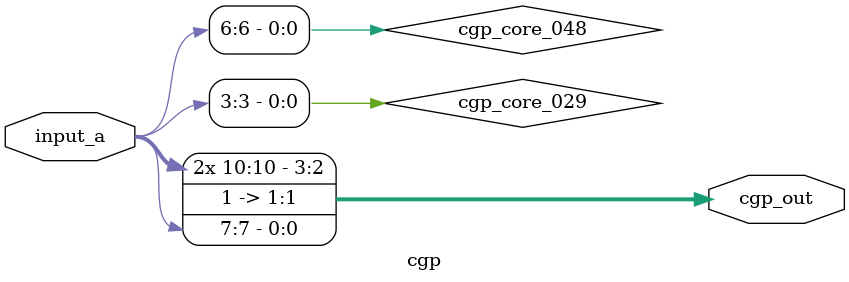
<source format=v>
module cgp(input [11:0] input_a, output [3:0] cgp_out);
  wire cgp_core_015;
  wire cgp_core_019;
  wire cgp_core_020;
  wire cgp_core_022;
  wire cgp_core_023;
  wire cgp_core_026;
  wire cgp_core_027;
  wire cgp_core_028;
  wire cgp_core_029;
  wire cgp_core_030_not;
  wire cgp_core_033;
  wire cgp_core_034;
  wire cgp_core_035;
  wire cgp_core_036;
  wire cgp_core_039;
  wire cgp_core_042;
  wire cgp_core_045;
  wire cgp_core_046;
  wire cgp_core_047;
  wire cgp_core_048;
  wire cgp_core_049;
  wire cgp_core_051;
  wire cgp_core_052;
  wire cgp_core_053;
  wire cgp_core_055;
  wire cgp_core_056;
  wire cgp_core_058_not;
  wire cgp_core_060;
  wire cgp_core_061;
  wire cgp_core_063;
  wire cgp_core_065;
  wire cgp_core_067;
  wire cgp_core_068;
  wire cgp_core_069;
  wire cgp_core_070;
  wire cgp_core_072;
  wire cgp_core_073;
  wire cgp_core_075_not;
  wire cgp_core_076;
  wire cgp_core_077;

  assign cgp_core_015 = input_a[9] & input_a[6];
  assign cgp_core_019 = ~input_a[4];
  assign cgp_core_020 = ~(input_a[11] & input_a[11]);
  assign cgp_core_022 = ~(input_a[10] ^ input_a[3]);
  assign cgp_core_023 = input_a[7] & input_a[6];
  assign cgp_core_026 = ~(input_a[10] | input_a[11]);
  assign cgp_core_027 = ~(input_a[6] ^ input_a[9]);
  assign cgp_core_028 = input_a[7] & input_a[0];
  assign cgp_core_029 = input_a[3] | input_a[3];
  assign cgp_core_030_not = ~input_a[6];
  assign cgp_core_033 = ~input_a[4];
  assign cgp_core_034 = input_a[11] & input_a[3];
  assign cgp_core_035 = ~(input_a[1] | input_a[11]);
  assign cgp_core_036 = ~(input_a[8] & input_a[7]);
  assign cgp_core_039 = ~(input_a[0] & input_a[5]);
  assign cgp_core_042 = input_a[8] & input_a[6];
  assign cgp_core_045 = ~input_a[1];
  assign cgp_core_046 = ~(input_a[1] ^ input_a[7]);
  assign cgp_core_047 = ~(input_a[4] ^ input_a[9]);
  assign cgp_core_048 = input_a[6] & input_a[6];
  assign cgp_core_049 = input_a[5] | input_a[0];
  assign cgp_core_051 = input_a[2] | input_a[7];
  assign cgp_core_052 = input_a[8] ^ input_a[2];
  assign cgp_core_053 = ~(input_a[8] ^ input_a[11]);
  assign cgp_core_055 = ~(input_a[11] | input_a[0]);
  assign cgp_core_056 = ~(input_a[7] | input_a[5]);
  assign cgp_core_058_not = ~input_a[0];
  assign cgp_core_060 = input_a[5] | input_a[4];
  assign cgp_core_061 = ~(input_a[9] & input_a[2]);
  assign cgp_core_063 = input_a[10] & input_a[2];
  assign cgp_core_065 = ~(input_a[6] ^ input_a[5]);
  assign cgp_core_067 = input_a[7] ^ input_a[3];
  assign cgp_core_068 = ~input_a[9];
  assign cgp_core_069 = input_a[9] | input_a[8];
  assign cgp_core_070 = ~(input_a[5] ^ input_a[1]);
  assign cgp_core_072 = input_a[3] & input_a[9];
  assign cgp_core_073 = ~(input_a[0] & input_a[6]);
  assign cgp_core_075_not = ~input_a[4];
  assign cgp_core_076 = ~(input_a[3] | input_a[9]);
  assign cgp_core_077 = ~input_a[9];

  assign cgp_out[0] = input_a[7];
  assign cgp_out[1] = 1'b1;
  assign cgp_out[2] = input_a[10];
  assign cgp_out[3] = input_a[10];
endmodule
</source>
